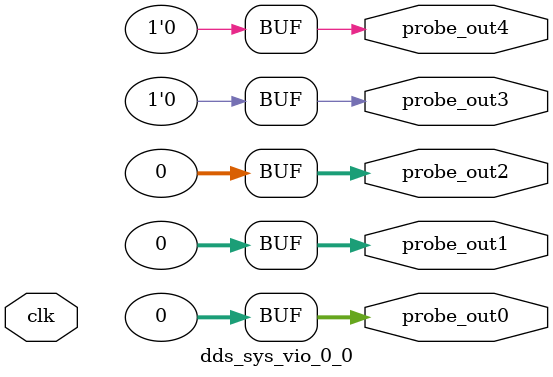
<source format=v>
`timescale 1ns / 1ps
module dds_sys_vio_0_0 (
clk,

probe_out0,
probe_out1,
probe_out2,
probe_out3,
probe_out4
);

input clk;

output reg [31 : 0] probe_out0 = 'h00000000 ;
output reg [31 : 0] probe_out1 = 'h00000000 ;
output reg [31 : 0] probe_out2 = 'h00000000 ;
output reg [0 : 0] probe_out3 = 'h0 ;
output reg [0 : 0] probe_out4 = 'h0 ;


endmodule

</source>
